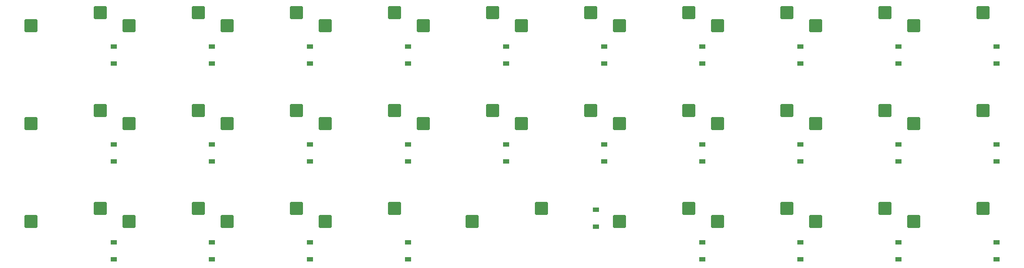
<source format=gbr>
%TF.GenerationSoftware,KiCad,Pcbnew,(6.0.6)*%
%TF.CreationDate,2022-07-16T11:18:18+07:00*%
%TF.ProjectId,pocket,706f636b-6574-42e6-9b69-6361645f7063,rev?*%
%TF.SameCoordinates,Original*%
%TF.FileFunction,Paste,Bot*%
%TF.FilePolarity,Positive*%
%FSLAX46Y46*%
G04 Gerber Fmt 4.6, Leading zero omitted, Abs format (unit mm)*
G04 Created by KiCad (PCBNEW (6.0.6)) date 2022-07-16 11:18:18*
%MOMM*%
%LPD*%
G01*
G04 APERTURE LIST*
G04 Aperture macros list*
%AMRoundRect*
0 Rectangle with rounded corners*
0 $1 Rounding radius*
0 $2 $3 $4 $5 $6 $7 $8 $9 X,Y pos of 4 corners*
0 Add a 4 corners polygon primitive as box body*
4,1,4,$2,$3,$4,$5,$6,$7,$8,$9,$2,$3,0*
0 Add four circle primitives for the rounded corners*
1,1,$1+$1,$2,$3*
1,1,$1+$1,$4,$5*
1,1,$1+$1,$6,$7*
1,1,$1+$1,$8,$9*
0 Add four rect primitives between the rounded corners*
20,1,$1+$1,$2,$3,$4,$5,0*
20,1,$1+$1,$4,$5,$6,$7,0*
20,1,$1+$1,$6,$7,$8,$9,0*
20,1,$1+$1,$8,$9,$2,$3,0*%
G04 Aperture macros list end*
%ADD10RoundRect,0.250000X1.025000X1.000000X-1.025000X1.000000X-1.025000X-1.000000X1.025000X-1.000000X0*%
%ADD11R,1.200000X0.900000*%
G04 APERTURE END LIST*
D10*
%TO.C,SW29*%
X98958750Y-98107500D03*
X85508750Y-100647500D03*
%TD*%
D11*
%TO.C,D29*%
X101600000Y-104712500D03*
X101600000Y-108012500D03*
%TD*%
%TO.C,D28*%
X120650000Y-104712500D03*
X120650000Y-108012500D03*
%TD*%
%TO.C,D27*%
X139700000Y-104712500D03*
X139700000Y-108012500D03*
%TD*%
%TO.C,D26*%
X158750000Y-104712500D03*
X158750000Y-108012500D03*
%TD*%
%TO.C,D25*%
X195262500Y-98362500D03*
X195262500Y-101662500D03*
%TD*%
%TO.C,D24*%
X215900000Y-104712500D03*
X215900000Y-108012500D03*
%TD*%
%TO.C,D23*%
X234950000Y-104712500D03*
X234950000Y-108012500D03*
%TD*%
%TO.C,D22*%
X254000000Y-104712500D03*
X254000000Y-108012500D03*
%TD*%
%TO.C,D21*%
X273050000Y-104712500D03*
X273050000Y-108012500D03*
%TD*%
%TO.C,D20*%
X101600000Y-85662500D03*
X101600000Y-88962500D03*
%TD*%
%TO.C,D19*%
X120650000Y-85662500D03*
X120650000Y-88962500D03*
%TD*%
%TO.C,D18*%
X139700000Y-85662500D03*
X139700000Y-88962500D03*
%TD*%
%TO.C,D17*%
X158750000Y-85662500D03*
X158750000Y-88962500D03*
%TD*%
%TO.C,D16*%
X177800000Y-88962500D03*
X177800000Y-85662500D03*
%TD*%
%TO.C,D15*%
X196850000Y-85662500D03*
X196850000Y-88962500D03*
%TD*%
%TO.C,D14*%
X215900000Y-85662500D03*
X215900000Y-88962500D03*
%TD*%
%TO.C,D13*%
X234950000Y-85662500D03*
X234950000Y-88962500D03*
%TD*%
%TO.C,D12*%
X254000000Y-85662500D03*
X254000000Y-88962500D03*
%TD*%
%TO.C,D11*%
X273050000Y-85662500D03*
X273050000Y-88962500D03*
%TD*%
%TO.C,D10*%
X101600000Y-66612500D03*
X101600000Y-69912500D03*
%TD*%
%TO.C,D9*%
X120650000Y-66612500D03*
X120650000Y-69912500D03*
%TD*%
%TO.C,D8*%
X139700000Y-66612500D03*
X139700000Y-69912500D03*
%TD*%
%TO.C,D7*%
X158750000Y-66612500D03*
X158750000Y-69912500D03*
%TD*%
%TO.C,D6*%
X177800000Y-66612500D03*
X177800000Y-69912500D03*
%TD*%
%TO.C,D5*%
X196850000Y-66612500D03*
X196850000Y-69912500D03*
%TD*%
%TO.C,D4*%
X215900000Y-66612500D03*
X215900000Y-69912500D03*
%TD*%
%TO.C,D3*%
X234950000Y-66612500D03*
X234950000Y-69912500D03*
%TD*%
%TO.C,D2*%
X254000000Y-66612500D03*
X254000000Y-69912500D03*
%TD*%
%TO.C,D1*%
X273050000Y-66612500D03*
X273050000Y-69912500D03*
%TD*%
D10*
%TO.C,SW28*%
X118008750Y-98107500D03*
X104558750Y-100647500D03*
%TD*%
%TO.C,SW27*%
X137058750Y-98107500D03*
X123608750Y-100647500D03*
%TD*%
%TO.C,SW26*%
X156108750Y-98107500D03*
X142658750Y-100647500D03*
%TD*%
%TO.C,SW25*%
X184683750Y-98107500D03*
X171233750Y-100647500D03*
%TD*%
%TO.C,SW24*%
X213258750Y-98107500D03*
X199808750Y-100647500D03*
%TD*%
%TO.C,SW23*%
X232308750Y-98107500D03*
X218858750Y-100647500D03*
%TD*%
%TO.C,SW22*%
X251358750Y-98107500D03*
X237908750Y-100647500D03*
%TD*%
%TO.C,SW21*%
X270408750Y-98107500D03*
X256958750Y-100647500D03*
%TD*%
%TO.C,SW20*%
X98958750Y-79057500D03*
X85508750Y-81597500D03*
%TD*%
%TO.C,SW19*%
X118008750Y-79057500D03*
X104558750Y-81597500D03*
%TD*%
%TO.C,SW18*%
X137058750Y-79057500D03*
X123608750Y-81597500D03*
%TD*%
%TO.C,SW17*%
X156108750Y-79057500D03*
X142658750Y-81597500D03*
%TD*%
%TO.C,SW16*%
X175158750Y-79057500D03*
X161708750Y-81597500D03*
%TD*%
%TO.C,SW15*%
X194208750Y-79057500D03*
X180758750Y-81597500D03*
%TD*%
%TO.C,SW14*%
X213258750Y-79057500D03*
X199808750Y-81597500D03*
%TD*%
%TO.C,SW13*%
X232308750Y-79057500D03*
X218858750Y-81597500D03*
%TD*%
%TO.C,SW12*%
X251358750Y-79057500D03*
X237908750Y-81597500D03*
%TD*%
%TO.C,SW11*%
X270408750Y-79057500D03*
X256958750Y-81597500D03*
%TD*%
%TO.C,SW10*%
X98958750Y-60007500D03*
X85508750Y-62547500D03*
%TD*%
%TO.C,SW9*%
X118008750Y-60007500D03*
X104558750Y-62547500D03*
%TD*%
%TO.C,SW8*%
X137058750Y-60007500D03*
X123608750Y-62547500D03*
%TD*%
%TO.C,SW7*%
X156108750Y-60007500D03*
X142658750Y-62547500D03*
%TD*%
%TO.C,SW6*%
X175158750Y-60007500D03*
X161708750Y-62547500D03*
%TD*%
%TO.C,SW5*%
X194208750Y-60007500D03*
X180758750Y-62547500D03*
%TD*%
%TO.C,SW4*%
X213258750Y-60007500D03*
X199808750Y-62547500D03*
%TD*%
%TO.C,SW3*%
X232308750Y-60007500D03*
X218858750Y-62547500D03*
%TD*%
%TO.C,SW2*%
X251358750Y-60007500D03*
X237908750Y-62547500D03*
%TD*%
%TO.C,SW1*%
X270408750Y-60007500D03*
X256958750Y-62547500D03*
%TD*%
M02*

</source>
